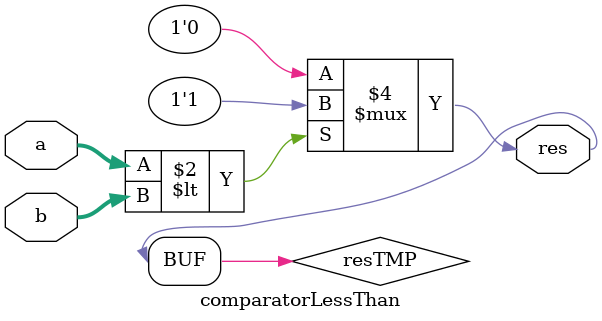
<source format=sv>
module comparatorLessThan #(parameter n = 3) (
input logic[2:0] a, b, output logic res);

logic resTMP;

    always @* begin
      if (a < b) begin
         resTMP = 1;
      end
      else begin
        
		   resTMP = 0;
      end
    end
	 
	 assign res = resTMP;
	 
endmodule
</source>
